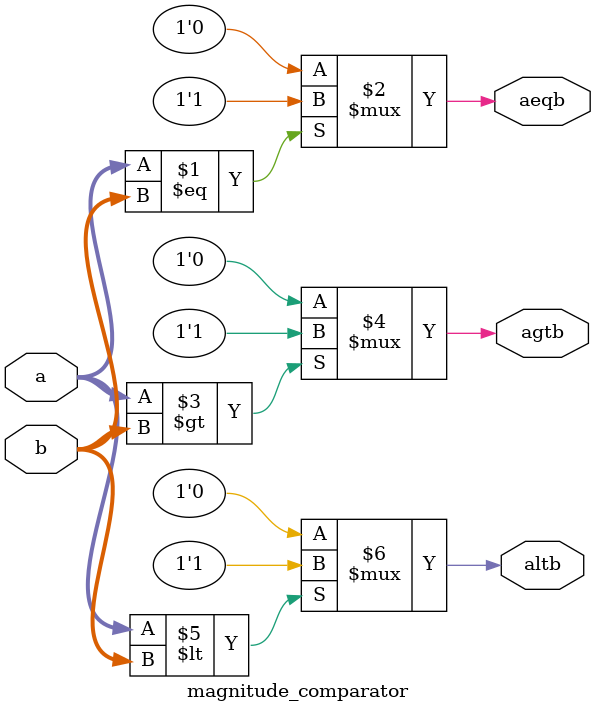
<source format=v>
module magnitude_comparator (
     
     // Inputs
     input [3:0] a, b,

     // Outputs
     output aeqb, agtb, altb 
);
     assign aeqb = (a == b) ? 1'b1 : 1'b0;
     assign agtb = (a > b) ? 1'b1 : 1'b0;
     assign altb = (a < b) ? 1'b1 : 1'b0;
endmodule

</source>
